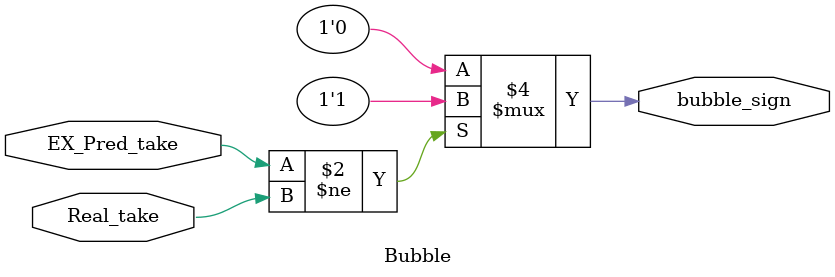
<source format=v>
`timescale 1ns / 1ps


module Bubble(
    input EX_Pred_take,
    input Real_take,
    output reg bubble_sign
    );
    always@(*)
    begin
        bubble_sign = 0;
        if(EX_Pred_take != Real_take) bubble_sign = 1;
    end
endmodule

</source>
